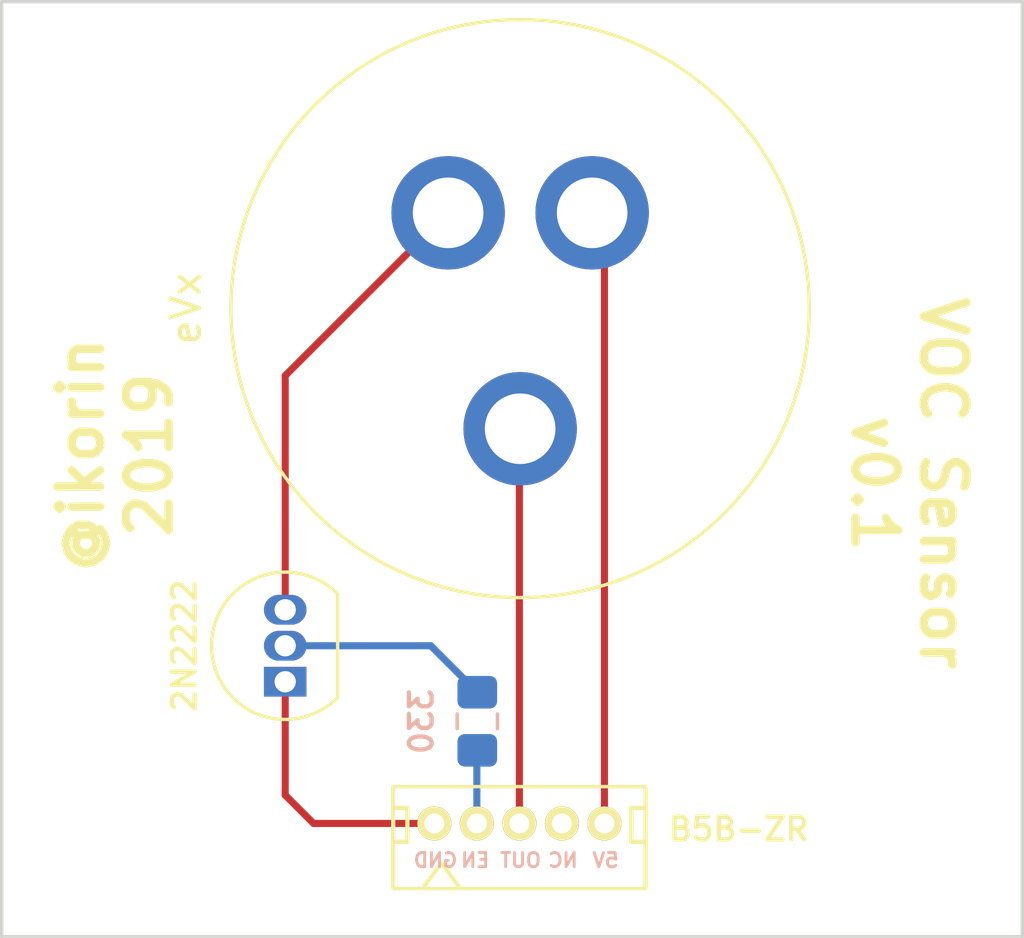
<source format=kicad_pcb>
(kicad_pcb (version 20171130) (host pcbnew "(5.1.2-1)-1")

  (general
    (thickness 1.6)
    (drawings 11)
    (tracks 13)
    (zones 0)
    (modules 8)
    (nets 8)
  )

  (page A4)
  (layers
    (0 F.Cu signal)
    (31 B.Cu signal)
    (32 B.Adhes user)
    (33 F.Adhes user)
    (34 B.Paste user)
    (35 F.Paste user)
    (36 B.SilkS user)
    (37 F.SilkS user)
    (38 B.Mask user)
    (39 F.Mask user)
    (40 Dwgs.User user)
    (41 Cmts.User user)
    (42 Eco1.User user)
    (43 Eco2.User user)
    (44 Edge.Cuts user)
    (45 Margin user)
    (46 B.CrtYd user)
    (47 F.CrtYd user)
    (48 B.Fab user)
    (49 F.Fab user)
  )

  (setup
    (last_trace_width 0.25)
    (user_trace_width 1)
    (trace_clearance 0.2)
    (zone_clearance 0.508)
    (zone_45_only no)
    (trace_min 0.2)
    (via_size 0.8)
    (via_drill 0.4)
    (via_min_size 0.4)
    (via_min_drill 0.3)
    (uvia_size 0.3)
    (uvia_drill 0.1)
    (uvias_allowed no)
    (uvia_min_size 0.2)
    (uvia_min_drill 0.1)
    (edge_width 0.05)
    (segment_width 0.2)
    (pcb_text_width 0.3)
    (pcb_text_size 1.5 1.5)
    (mod_edge_width 0.12)
    (mod_text_size 1 1)
    (mod_text_width 0.15)
    (pad_size 1.524 1.524)
    (pad_drill 0.762)
    (pad_to_mask_clearance 0.051)
    (solder_mask_min_width 0.25)
    (aux_axis_origin 0 0)
    (visible_elements FFFFFF7F)
    (pcbplotparams
      (layerselection 0x01000_7fffffff)
      (usegerberextensions false)
      (usegerberattributes false)
      (usegerberadvancedattributes false)
      (creategerberjobfile false)
      (excludeedgelayer true)
      (linewidth 0.100000)
      (plotframeref false)
      (viasonmask false)
      (mode 1)
      (useauxorigin false)
      (hpglpennumber 1)
      (hpglpenspeed 20)
      (hpglpendiameter 15.000000)
      (psnegative true)
      (psa4output false)
      (plotreference true)
      (plotvalue true)
      (plotinvisibletext false)
      (padsonsilk false)
      (subtractmaskfromsilk false)
      (outputformat 5)
      (mirror true)
      (drillshape 0)
      (scaleselection 1)
      (outputdirectory "/Users/ikorin/Desktop/"))
  )

  (net 0 "")
  (net 1 "Net-(Q1-Pad2)")
  (net 2 "Net-(Q1-Pad3)")
  (net 3 "Net-(J1-Pad1)")
  (net 4 "Net-(J1-Pad5)")
  (net 5 "Net-(J1-Pad3)")
  (net 6 "Net-(J1-Pad4)")
  (net 7 "Net-(J1-Pad2)")

  (net_class Default "This is the default net class."
    (clearance 0.2)
    (trace_width 0.25)
    (via_dia 0.8)
    (via_drill 0.4)
    (uvia_dia 0.3)
    (uvia_drill 0.1)
    (add_net "Net-(J1-Pad1)")
    (add_net "Net-(J1-Pad2)")
    (add_net "Net-(J1-Pad3)")
    (add_net "Net-(J1-Pad4)")
    (add_net "Net-(J1-Pad5)")
    (add_net "Net-(Q1-Pad2)")
    (add_net "Net-(Q1-Pad3)")
  )

  (module MountingHole:MountingHole_2.5mm (layer F.Cu) (tedit 56D1B4CB) (tstamp 5D216F7C)
    (at 108 85)
    (descr "Mounting Hole 2.5mm, no annular")
    (tags "mounting hole 2.5mm no annular")
    (attr virtual)
    (fp_text reference REF** (at 0 -3.5) (layer F.SilkS) hide
      (effects (font (size 1 1) (thickness 0.15)))
    )
    (fp_text value MountingHole_2.5mm (at 0 3.5) (layer F.Fab) hide
      (effects (font (size 1 1) (thickness 0.15)))
    )
    (fp_circle (center 0 0) (end 2.5 0) (layer Cmts.User) (width 0.15))
    (fp_circle (center 0 0) (end 2.75 0) (layer F.CrtYd) (width 0.05))
    (pad 1 np_thru_hole circle (at 0 0) (size 2.5 2.5) (drill 2.5) (layers *.Cu *.Mask))
  )

  (module MountingHole:MountingHole_2.5mm (layer F.Cu) (tedit 56D1B4CB) (tstamp 5D216E12)
    (at 80 85)
    (descr "Mounting Hole 2.5mm, no annular")
    (tags "mounting hole 2.5mm no annular")
    (attr virtual)
    (fp_text reference REF** (at 0 -3.5) (layer F.SilkS) hide
      (effects (font (size 1 1) (thickness 0.15)))
    )
    (fp_text value MountingHole_2.5mm (at 0 3.5) (layer F.Fab) hide
      (effects (font (size 1 1) (thickness 0.15)))
    )
    (fp_circle (center 0 0) (end 2.75 0) (layer F.CrtYd) (width 0.05))
    (fp_circle (center 0 0) (end 2.5 0) (layer Cmts.User) (width 0.15))
    (pad 1 np_thru_hole circle (at 0 0) (size 2.5 2.5) (drill 2.5) (layers *.Cu *.Mask))
  )

  (module MountingHole:MountingHole_2.5mm (layer F.Cu) (tedit 56D1B4CB) (tstamp 5D2190B5)
    (at 108 61)
    (descr "Mounting Hole 2.5mm, no annular")
    (tags "mounting hole 2.5mm no annular")
    (attr virtual)
    (fp_text reference REF** (at 0 -3.5) (layer F.SilkS) hide
      (effects (font (size 1 1) (thickness 0.15)))
    )
    (fp_text value MountingHole_2.5mm (at 0 3.5) (layer F.Fab) hide
      (effects (font (size 1 1) (thickness 0.15)))
    )
    (fp_circle (center 0 0) (end 2.75 0) (layer F.CrtYd) (width 0.05))
    (fp_circle (center 0 0) (end 2.5 0) (layer Cmts.User) (width 0.15))
    (pad 1 np_thru_hole circle (at 0 0) (size 2.5 2.5) (drill 2.5) (layers *.Cu *.Mask))
  )

  (module MountingHole:MountingHole_2.5mm (layer F.Cu) (tedit 56D1B4CB) (tstamp 5D216DCA)
    (at 80 61)
    (descr "Mounting Hole 2.5mm, no annular")
    (tags "mounting hole 2.5mm no annular")
    (attr virtual)
    (fp_text reference REF** (at 0 -3.5) (layer F.SilkS) hide
      (effects (font (size 1 1) (thickness 0.15)))
    )
    (fp_text value MountingHole_2.5mm (at 0 3.5) (layer F.Fab) hide
      (effects (font (size 1 1) (thickness 0.15)))
    )
    (fp_circle (center 0 0) (end 2.75 0) (layer F.CrtYd) (width 0.05))
    (fp_circle (center 0 0) (end 2.5 0) (layer Cmts.User) (width 0.15))
    (pad 1 np_thru_hole circle (at 0 0) (size 2.5 2.5) (drill 2.5) (layers *.Cu *.Mask))
  )

  (module Resistor_SMD:R_0805_2012Metric_Pad1.15x1.40mm_HandSolder (layer B.Cu) (tedit 5B36C52B) (tstamp 5D2170C8)
    (at 92.775068 81.395024 90)
    (descr "Resistor SMD 0805 (2012 Metric), square (rectangular) end terminal, IPC_7351 nominal with elongated pad for handsoldering. (Body size source: https://docs.google.com/spreadsheets/d/1BsfQQcO9C6DZCsRaXUlFlo91Tg2WpOkGARC1WS5S8t0/edit?usp=sharing), generated with kicad-footprint-generator")
    (tags "resistor handsolder")
    (path /5D21D759)
    (attr smd)
    (fp_text reference 330 (at -0.004976 -1.975068 270) (layer B.SilkS)
      (effects (font (size 0.8 0.8) (thickness 0.15)) (justify mirror))
    )
    (fp_text value 330 (at 0 -1.65 270) (layer B.Fab) hide
      (effects (font (size 1 1) (thickness 0.15)) (justify mirror))
    )
    (fp_text user %R (at -0.5 -2 270) (layer B.Fab)
      (effects (font (size 0.5 0.5) (thickness 0.08)) (justify mirror))
    )
    (fp_line (start 1.85 -0.95) (end -1.85 -0.95) (layer B.CrtYd) (width 0.05))
    (fp_line (start 1.85 0.95) (end 1.85 -0.95) (layer B.CrtYd) (width 0.05))
    (fp_line (start -1.85 0.95) (end 1.85 0.95) (layer B.CrtYd) (width 0.05))
    (fp_line (start -1.85 -0.95) (end -1.85 0.95) (layer B.CrtYd) (width 0.05))
    (fp_line (start -0.261252 -0.71) (end 0.261252 -0.71) (layer B.SilkS) (width 0.12))
    (fp_line (start -0.261252 0.71) (end 0.261252 0.71) (layer B.SilkS) (width 0.12))
    (fp_line (start 1 -0.6) (end -1 -0.6) (layer B.Fab) (width 0.1))
    (fp_line (start 1 0.6) (end 1 -0.6) (layer B.Fab) (width 0.1))
    (fp_line (start -1 0.6) (end 1 0.6) (layer B.Fab) (width 0.1))
    (fp_line (start -1 -0.6) (end -1 0.6) (layer B.Fab) (width 0.1))
    (pad 2 smd roundrect (at 1.025 0 90) (size 1.15 1.4) (layers B.Cu B.Paste B.Mask) (roundrect_rratio 0.217391)
      (net 1 "Net-(Q1-Pad2)"))
    (pad 1 smd roundrect (at -1.025 0 90) (size 1.15 1.4) (layers B.Cu B.Paste B.Mask) (roundrect_rratio 0.217391)
      (net 7 "Net-(J1-Pad2)"))
    (model ${KISYS3DMOD}/Resistor_SMD.3dshapes/R_0805_2012Metric.wrl
      (at (xyz 0 0 0))
      (scale (xyz 1 1 1))
      (rotate (xyz 0 0 0))
    )
  )

  (module Thirdparty:B5B-ZR (layer F.Cu) (tedit 5D213A09) (tstamp 5D215B8B)
    (at 94.210001 85)
    (path /5D22AE83)
    (fp_text reference B5B-ZR (at 7.789999 0.2) (layer F.SilkS)
      (effects (font (size 0.8 0.8) (thickness 0.15)))
    )
    (fp_text value Conn_01x05_Female (at 0 5.15) (layer F.Fab) hide
      (effects (font (size 1 1) (thickness 0.15)))
    )
    (fp_line (start -4.4 2.3) (end 4.5 2.3) (layer F.SilkS) (width 0.12))
    (fp_line (start -4.4 -1.3) (end 4.5 -1.3) (layer F.SilkS) (width 0.12))
    (fp_line (start -3.3 2.2) (end -2.7 1.4) (layer F.SilkS) (width 0.15))
    (fp_line (start -2.7 1.4) (end -2.1 2.2) (layer F.SilkS) (width 0.15))
    (fp_line (start 4.5 -0.55) (end 4 -0.55) (layer F.SilkS) (width 0.15))
    (fp_line (start 4 -0.55) (end 4 0.65) (layer F.SilkS) (width 0.15))
    (fp_line (start 4 0.65) (end 4.5 0.65) (layer F.SilkS) (width 0.15))
    (fp_line (start -4.4 -0.55) (end -3.9 -0.55) (layer F.SilkS) (width 0.15))
    (fp_line (start -3.9 -0.55) (end -3.9 0.65) (layer F.SilkS) (width 0.15))
    (fp_line (start -3.9 0.65) (end -4.4 0.65) (layer F.SilkS) (width 0.15))
    (fp_line (start 4.5 -1.25) (end 4.5 2.25) (layer F.SilkS) (width 0.15))
    (fp_line (start -4.4 2.25) (end -4.4 -1.25) (layer F.SilkS) (width 0.15))
    (fp_text user %R (at 6.789999 0) (layer F.Fab)
      (effects (font (size 1 1) (thickness 0.15)))
    )
    (pad 1 thru_hole circle (at -2.95 0) (size 1.2 1.2) (drill 0.7) (layers *.Cu *.Mask F.SilkS)
      (net 3 "Net-(J1-Pad1)"))
    (pad 2 thru_hole circle (at -1.45 0) (size 1.2 1.2) (drill 0.7) (layers *.Cu *.Mask F.SilkS)
      (net 7 "Net-(J1-Pad2)"))
    (pad 3 thru_hole circle (at 0.05 0) (size 1.2 1.2) (drill 0.7) (layers *.Cu *.Mask F.SilkS)
      (net 5 "Net-(J1-Pad3)"))
    (pad 4 thru_hole circle (at 1.55 0) (size 1.2 1.2) (drill 0.7) (layers *.Cu *.Mask F.SilkS)
      (net 6 "Net-(J1-Pad4)"))
    (pad 5 thru_hole circle (at 3.05 0) (size 1.2 1.2) (drill 0.7) (layers *.Cu *.Mask F.SilkS)
      (net 4 "Net-(J1-Pad5)"))
  )

  (module Package_TO_SOT_THT:TO-92_Inline (layer F.Cu) (tedit 5A1DD157) (tstamp 5D216301)
    (at 86 80 90)
    (descr "TO-92 leads in-line, narrow, oval pads, drill 0.75mm (see NXP sot054_po.pdf)")
    (tags "to-92 sc-43 sc-43a sot54 PA33 transistor")
    (path /5D21C7FF)
    (fp_text reference 2N2222 (at 1.27 -3.56 90) (layer F.SilkS)
      (effects (font (size 0.8 0.8) (thickness 0.15)))
    )
    (fp_text value PN2222A (at 1.27 2.79 90) (layer F.Fab) hide
      (effects (font (size 1 1) (thickness 0.15)))
    )
    (fp_text user %R (at 1.27 -3.56 90) (layer F.Fab)
      (effects (font (size 1 1) (thickness 0.15)))
    )
    (fp_line (start -0.53 1.85) (end 3.07 1.85) (layer F.SilkS) (width 0.12))
    (fp_line (start -0.5 1.75) (end 3 1.75) (layer F.Fab) (width 0.1))
    (fp_line (start -1.46 -2.73) (end 4 -2.73) (layer F.CrtYd) (width 0.05))
    (fp_line (start -1.46 -2.73) (end -1.46 2.01) (layer F.CrtYd) (width 0.05))
    (fp_line (start 4 2.01) (end 4 -2.73) (layer F.CrtYd) (width 0.05))
    (fp_line (start 4 2.01) (end -1.46 2.01) (layer F.CrtYd) (width 0.05))
    (fp_arc (start 1.27 0) (end 1.27 -2.48) (angle 135) (layer F.Fab) (width 0.1))
    (fp_arc (start 1.27 0) (end 1.27 -2.6) (angle -135) (layer F.SilkS) (width 0.12))
    (fp_arc (start 1.27 0) (end 1.27 -2.48) (angle -135) (layer F.Fab) (width 0.1))
    (fp_arc (start 1.27 0) (end 1.27 -2.6) (angle 135) (layer F.SilkS) (width 0.12))
    (pad 2 thru_hole oval (at 1.27 0 90) (size 1.05 1.5) (drill 0.75) (layers *.Cu *.Mask)
      (net 1 "Net-(Q1-Pad2)"))
    (pad 3 thru_hole oval (at 2.54 0 90) (size 1.05 1.5) (drill 0.75) (layers *.Cu *.Mask)
      (net 2 "Net-(Q1-Pad3)"))
    (pad 1 thru_hole rect (at 0 0 90) (size 1.05 1.5) (drill 0.75) (layers *.Cu *.Mask)
      (net 3 "Net-(J1-Pad1)"))
    (model ${KISYS3DMOD}/Package_TO_SOT_THT.3dshapes/TO-92_Inline.wrl
      (at (xyz 0 0 0))
      (scale (xyz 1 1 1))
      (rotate (xyz 0 0 0))
    )
  )

  (module Sensor:piD-TECH_eVx (layer F.Cu) (tedit 5CFEC1B8) (tstamp 5D219397)
    (at 94.286302 66.831107 270)
    (path /5D2104F0)
    (fp_text reference eVx (at 0 11.786302 90) (layer F.SilkS)
      (effects (font (size 1 1) (thickness 0.15)))
    )
    (fp_text value Pid-Tech_eVx (at -0.260001 -7.739999 90) (layer F.Fab)
      (effects (font (size 1 1) (thickness 0.15)))
    )
    (fp_circle (center 0 0) (end 10.2 0) (layer F.SilkS) (width 0.12))
    (pad 1 thru_hole circle (at -3.38 -2.54 270) (size 4 4) (drill 2.49) (layers *.Cu *.Mask)
      (net 4 "Net-(J1-Pad5)"))
    (pad 2 thru_hole circle (at 4.24 0 270) (size 4 4) (drill 2.49) (layers *.Cu *.Mask)
      (net 5 "Net-(J1-Pad3)"))
    (pad 3 thru_hole circle (at -3.38 2.54 270) (size 4 4) (drill 2.49) (layers *.Cu *.Mask)
      (net 2 "Net-(Q1-Pad3)"))
    (model ":Personal 3D Models:piD-TECH eVx.step"
      (at (xyz 0 0 0))
      (scale (xyz 1 1 1))
      (rotate (xyz -90 0 -180))
    )
  )

  (gr_text NC (at 95.8 86.3) (layer B.SilkS) (tstamp 5D2196A9)
    (effects (font (size 0.5 0.5) (thickness 0.1)) (justify mirror))
  )
  (gr_text EN (at 92.7 86.3) (layer B.SilkS) (tstamp 5D219659)
    (effects (font (size 0.5 0.5) (thickness 0.1)) (justify mirror))
  )
  (gr_text OUT (at 94.3 86.3) (layer B.SilkS) (tstamp 5D219640)
    (effects (font (size 0.5 0.5) (thickness 0.1)) (justify mirror))
  )
  (gr_text 5V (at 97.3 86.3) (layer B.SilkS) (tstamp 5D2195FF)
    (effects (font (size 0.5 0.5) (thickness 0.1)) (justify mirror))
  )
  (gr_text GND (at 91.3 86.3) (layer B.SilkS)
    (effects (font (size 0.5 0.5) (thickness 0.1)) (justify mirror))
  )
  (gr_text "@ikorin\n2019" (at 80 72 90) (layer F.SilkS) (tstamp 5D218EA6)
    (effects (font (size 1.5 1.5) (thickness 0.3)))
  )
  (gr_text "VOC Sensor\nv0.1" (at 108 73 -90) (layer F.SilkS)
    (effects (font (size 1.5 1.5) (thickness 0.3)))
  )
  (gr_line (start 76 89) (end 76 56) (layer Edge.Cuts) (width 0.12) (tstamp 5D21911F))
  (gr_line (start 112 89) (end 76 89) (layer Edge.Cuts) (width 0.12))
  (gr_line (start 112 56) (end 112 89) (layer Edge.Cuts) (width 0.12))
  (gr_line (start 76 56) (end 112 56) (layer Edge.Cuts) (width 0.12))

  (segment (start 91.135044 78.73) (end 92.775068 80.370024) (width 0.25) (layer B.Cu) (net 1))
  (segment (start 86 78.73) (end 91.135044 78.73) (width 0.25) (layer B.Cu) (net 1))
  (segment (start 86 69.197409) (end 91.746302 63.451107) (width 0.25) (layer F.Cu) (net 2))
  (segment (start 86 77.46) (end 86 69.197409) (width 0.25) (layer F.Cu) (net 2))
  (segment (start 91.260001 85) (end 87 85) (width 0.25) (layer F.Cu) (net 3))
  (segment (start 86 84) (end 86 80) (width 0.25) (layer F.Cu) (net 3))
  (segment (start 87 85) (end 86 84) (width 0.25) (layer F.Cu) (net 3))
  (segment (start 97.260001 63.884806) (end 96.826302 63.451107) (width 0.25) (layer F.Cu) (net 4))
  (segment (start 97.260001 85) (end 97.260001 63.884806) (width 0.25) (layer F.Cu) (net 4))
  (segment (start 94.260001 71.097408) (end 94.286302 71.071107) (width 0.25) (layer F.Cu) (net 5))
  (segment (start 94.260001 85) (end 94.260001 71.097408) (width 0.25) (layer F.Cu) (net 5))
  (segment (start 92.760001 82.435091) (end 92.775068 82.420024) (width 0.25) (layer B.Cu) (net 7))
  (segment (start 92.760001 85) (end 92.760001 82.435091) (width 0.25) (layer B.Cu) (net 7))

)

</source>
